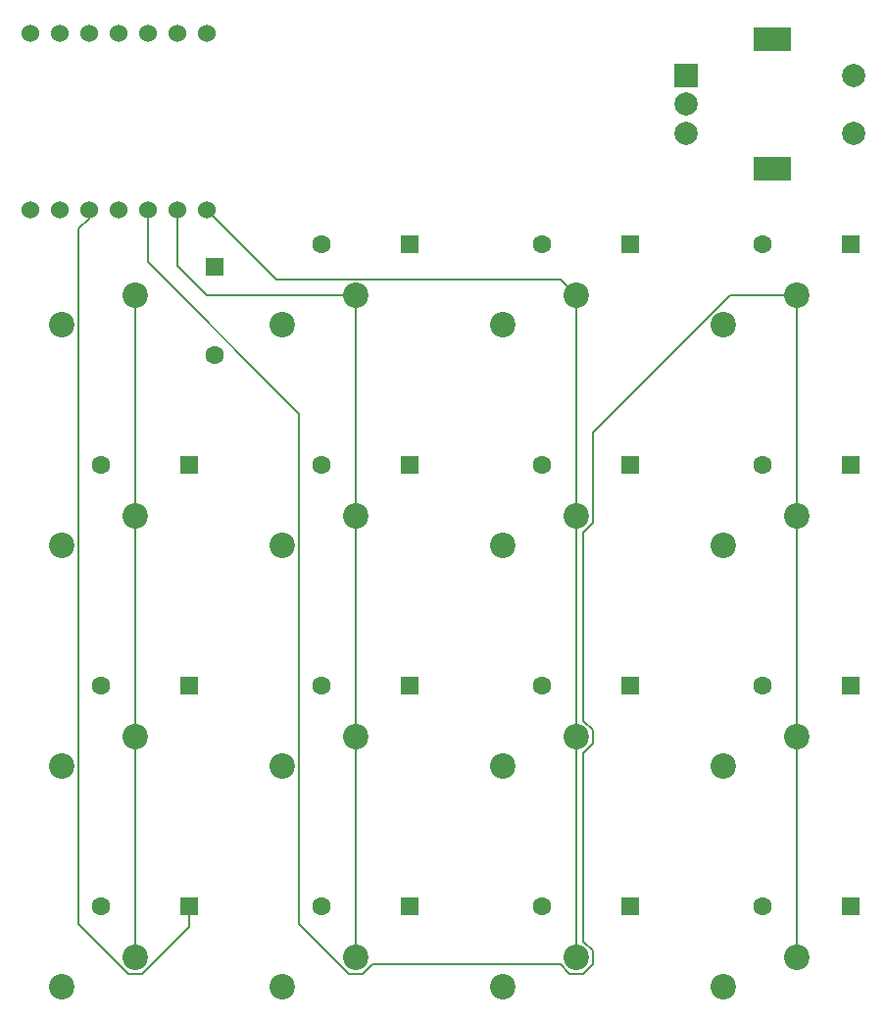
<source format=gbr>
%TF.GenerationSoftware,KiCad,Pcbnew,9.0.6*%
%TF.CreationDate,2025-12-17T16:24:02+01:00*%
%TF.ProjectId,numpad,6e756d70-6164-42e6-9b69-6361645f7063,rev?*%
%TF.SameCoordinates,Original*%
%TF.FileFunction,Copper,L2,Bot*%
%TF.FilePolarity,Positive*%
%FSLAX46Y46*%
G04 Gerber Fmt 4.6, Leading zero omitted, Abs format (unit mm)*
G04 Created by KiCad (PCBNEW 9.0.6) date 2025-12-17 16:24:02*
%MOMM*%
%LPD*%
G01*
G04 APERTURE LIST*
G04 Aperture macros list*
%AMRoundRect*
0 Rectangle with rounded corners*
0 $1 Rounding radius*
0 $2 $3 $4 $5 $6 $7 $8 $9 X,Y pos of 4 corners*
0 Add a 4 corners polygon primitive as box body*
4,1,4,$2,$3,$4,$5,$6,$7,$8,$9,$2,$3,0*
0 Add four circle primitives for the rounded corners*
1,1,$1+$1,$2,$3*
1,1,$1+$1,$4,$5*
1,1,$1+$1,$6,$7*
1,1,$1+$1,$8,$9*
0 Add four rect primitives between the rounded corners*
20,1,$1+$1,$2,$3,$4,$5,0*
20,1,$1+$1,$4,$5,$6,$7,0*
20,1,$1+$1,$6,$7,$8,$9,0*
20,1,$1+$1,$8,$9,$2,$3,0*%
G04 Aperture macros list end*
%TA.AperFunction,ComponentPad*%
%ADD10RoundRect,0.250000X0.550000X0.550000X-0.550000X0.550000X-0.550000X-0.550000X0.550000X-0.550000X0*%
%TD*%
%TA.AperFunction,ComponentPad*%
%ADD11C,1.600000*%
%TD*%
%TA.AperFunction,ComponentPad*%
%ADD12C,2.200000*%
%TD*%
%TA.AperFunction,ComponentPad*%
%ADD13RoundRect,0.250000X-0.550000X0.550000X-0.550000X-0.550000X0.550000X-0.550000X0.550000X0.550000X0*%
%TD*%
%TA.AperFunction,ComponentPad*%
%ADD14C,1.524000*%
%TD*%
%TA.AperFunction,ComponentPad*%
%ADD15R,2.000000X2.000000*%
%TD*%
%TA.AperFunction,ComponentPad*%
%ADD16C,2.000000*%
%TD*%
%TA.AperFunction,ComponentPad*%
%ADD17R,3.200000X2.000000*%
%TD*%
%TA.AperFunction,Conductor*%
%ADD18C,0.200000*%
%TD*%
G04 APERTURE END LIST*
D10*
%TO.P,D1,1,K*%
%TO.N,Net-(D1-K)*%
X87788750Y-88106250D03*
D11*
%TO.P,D1,2,A*%
%TO.N,Net-(D1-A)*%
X80168750Y-88106250D03*
%TD*%
D10*
%TO.P,D9,1,K*%
%TO.N,Net-(D11-K)*%
X144938750Y-107156250D03*
D11*
%TO.P,D9,2,A*%
%TO.N,Net-(D9-A)*%
X137318750Y-107156250D03*
%TD*%
D12*
%TO.P,SW6,1,1*%
%TO.N,Net-(U1-GPIO0{slash}TX)*%
X121285000Y-130651250D03*
%TO.P,SW6,2,2*%
%TO.N,Net-(D7-A)*%
X114935000Y-133191250D03*
%TD*%
D10*
%TO.P,D11,1,K*%
%TO.N,Net-(D11-K)*%
X87788750Y-107156250D03*
D11*
%TO.P,D11,2,A*%
%TO.N,Net-(D11-A)*%
X80168750Y-107156250D03*
%TD*%
D10*
%TO.P,D6,1,K*%
%TO.N,Net-(D11-K)*%
X125888750Y-107156250D03*
D11*
%TO.P,D6,2,A*%
%TO.N,Net-(D6-A)*%
X118268750Y-107156250D03*
%TD*%
D10*
%TO.P,D15,1,K*%
%TO.N,Net-(D13-K)*%
X125888750Y-69056250D03*
D11*
%TO.P,D15,2,A*%
%TO.N,Net-(D15-A)*%
X118268750Y-69056250D03*
%TD*%
D10*
%TO.P,D4,1,K*%
%TO.N,Net-(D10-K)*%
X106838750Y-126206250D03*
D11*
%TO.P,D4,2,A*%
%TO.N,Net-(D4-A)*%
X99218750Y-126206250D03*
%TD*%
D12*
%TO.P,SW16,1,1*%
%TO.N,Net-(U1-GPIO6{slash}SDA)*%
X140335000Y-73501250D03*
%TO.P,SW16,2,2*%
%TO.N,Net-(D16-A)*%
X133985000Y-76041250D03*
%TD*%
D10*
%TO.P,D10,1,K*%
%TO.N,Net-(D10-K)*%
X144938750Y-126206250D03*
D11*
%TO.P,D10,2,A*%
%TO.N,Net-(D10-A)*%
X137318750Y-126206250D03*
%TD*%
D12*
%TO.P,SW4,1,1*%
%TO.N,Net-(U1-GPIO0{slash}TX)*%
X121285000Y-92551250D03*
%TO.P,SW4,2,2*%
%TO.N,Net-(D5-A)*%
X114935000Y-95091250D03*
%TD*%
%TO.P,SW1,1,1*%
%TO.N,Net-(U1-GPIO7{slash}SCL)*%
X102235000Y-92551250D03*
%TO.P,SW1,2,2*%
%TO.N,Net-(D2-A)*%
X95885000Y-95091250D03*
%TD*%
D10*
%TO.P,D16,1,K*%
%TO.N,Net-(D13-K)*%
X144938750Y-69056250D03*
D11*
%TO.P,D16,2,A*%
%TO.N,Net-(D16-A)*%
X137318750Y-69056250D03*
%TD*%
D13*
%TO.P,D13,1,K*%
%TO.N,Net-(D13-K)*%
X90000000Y-71000000D03*
D11*
%TO.P,D13,2,A*%
%TO.N,Net-(D13-A)*%
X90000000Y-78620000D03*
%TD*%
D10*
%TO.P,D12,1,K*%
%TO.N,Net-(D10-K)*%
X87788750Y-126206250D03*
D11*
%TO.P,D12,2,A*%
%TO.N,Net-(D12-A)*%
X80168750Y-126206250D03*
%TD*%
D10*
%TO.P,D5,1,K*%
%TO.N,Net-(D1-K)*%
X125888750Y-88106250D03*
D11*
%TO.P,D5,2,A*%
%TO.N,Net-(D5-A)*%
X118268750Y-88106250D03*
%TD*%
D12*
%TO.P,SW5,1,1*%
%TO.N,Net-(U1-GPIO0{slash}TX)*%
X121285000Y-111601250D03*
%TO.P,SW5,2,2*%
%TO.N,Net-(D6-A)*%
X114935000Y-114141250D03*
%TD*%
%TO.P,SW11,1,1*%
%TO.N,Net-(U1-GPIO29{slash}ADC3{slash}A3)*%
X83185000Y-111601250D03*
%TO.P,SW11,2,2*%
%TO.N,Net-(D11-A)*%
X76835000Y-114141250D03*
%TD*%
D14*
%TO.P,U1,1,GPIO26/ADC0/A0*%
%TO.N,Net-(D11-K)*%
X74066400Y-66090800D03*
%TO.P,U1,2,GPIO27/ADC1/A1*%
%TO.N,Net-(D1-K)*%
X76606400Y-66090800D03*
%TO.P,U1,3,GPIO28/ADC2/A2*%
%TO.N,Net-(D10-K)*%
X79146400Y-66090800D03*
%TO.P,U1,4,GPIO29/ADC3/A3*%
%TO.N,Net-(U1-GPIO29{slash}ADC3{slash}A3)*%
X81686400Y-66090800D03*
%TO.P,U1,5,GPIO6/SDA*%
%TO.N,Net-(U1-GPIO6{slash}SDA)*%
X84226400Y-66090800D03*
%TO.P,U1,6,GPIO7/SCL*%
%TO.N,Net-(U1-GPIO7{slash}SCL)*%
X86766400Y-66090800D03*
%TO.P,U1,7,GPIO0/TX*%
%TO.N,Net-(U1-GPIO0{slash}TX)*%
X89306400Y-66090800D03*
%TO.P,U1,8,GPIO1/RX*%
%TO.N,Net-(D13-K)*%
X89306400Y-50850800D03*
%TO.P,U1,9,GPIO2/SCK*%
%TO.N,unconnected-(U1-GPIO2{slash}SCK-Pad9)*%
X86766400Y-50850800D03*
%TO.P,U1,10,GPIO4/MISO*%
%TO.N,Net-(U1-GPIO4{slash}MISO)*%
X84226400Y-50850800D03*
%TO.P,U1,11,GPIO3/MOSI*%
%TO.N,Net-(U1-GPIO3{slash}MOSI)*%
X81686400Y-50850800D03*
%TO.P,U1,12,3V3*%
%TO.N,unconnected-(U1-3V3-Pad12)*%
X79146400Y-50850800D03*
%TO.P,U1,13,GND*%
%TO.N,Net-(U1-GND)*%
X76606400Y-50850800D03*
%TO.P,U1,14,VBUS*%
%TO.N,unconnected-(U1-VBUS-Pad14)*%
X74066400Y-50850800D03*
%TD*%
D12*
%TO.P,SW13,1,1*%
%TO.N,Net-(U1-GPIO29{slash}ADC3{slash}A3)*%
X83185000Y-73501250D03*
%TO.P,SW13,2,2*%
%TO.N,Net-(D13-A)*%
X76835000Y-76041250D03*
%TD*%
D10*
%TO.P,D8,1,K*%
%TO.N,Net-(D1-K)*%
X144938750Y-88106250D03*
D11*
%TO.P,D8,2,A*%
%TO.N,Net-(D8-A)*%
X137318750Y-88106250D03*
%TD*%
D10*
%TO.P,D7,1,K*%
%TO.N,Net-(D10-K)*%
X125888750Y-126206250D03*
D11*
%TO.P,D7,2,A*%
%TO.N,Net-(D7-A)*%
X118268750Y-126206250D03*
%TD*%
D12*
%TO.P,SW12,1,1*%
%TO.N,Net-(U1-GPIO29{slash}ADC3{slash}A3)*%
X83185000Y-130651250D03*
%TO.P,SW12,2,2*%
%TO.N,Net-(D12-A)*%
X76835000Y-133191250D03*
%TD*%
%TO.P,SW9,1,1*%
%TO.N,Net-(U1-GPIO6{slash}SDA)*%
X140335000Y-130651250D03*
%TO.P,SW9,2,2*%
%TO.N,Net-(D10-A)*%
X133985000Y-133191250D03*
%TD*%
%TO.P,SW8,1,1*%
%TO.N,Net-(U1-GPIO6{slash}SDA)*%
X140335000Y-111601250D03*
%TO.P,SW8,2,2*%
%TO.N,Net-(D9-A)*%
X133985000Y-114141250D03*
%TD*%
D10*
%TO.P,D2,1,K*%
%TO.N,Net-(D1-K)*%
X106838750Y-88106250D03*
D11*
%TO.P,D2,2,A*%
%TO.N,Net-(D2-A)*%
X99218750Y-88106250D03*
%TD*%
D12*
%TO.P,SW3,1,1*%
%TO.N,Net-(U1-GPIO7{slash}SCL)*%
X102235000Y-130651250D03*
%TO.P,SW3,2,2*%
%TO.N,Net-(D4-A)*%
X95885000Y-133191250D03*
%TD*%
%TO.P,SW7,1,1*%
%TO.N,Net-(U1-GPIO6{slash}SDA)*%
X140335000Y-92551250D03*
%TO.P,SW7,2,2*%
%TO.N,Net-(D8-A)*%
X133985000Y-95091250D03*
%TD*%
%TO.P,SW2,1,1*%
%TO.N,Net-(U1-GPIO7{slash}SCL)*%
X102235000Y-111601250D03*
%TO.P,SW2,2,2*%
%TO.N,Net-(D3-A)*%
X95885000Y-114141250D03*
%TD*%
D15*
%TO.P,SW17,A,A*%
%TO.N,Net-(U1-GPIO3{slash}MOSI)*%
X130737200Y-54500000D03*
D16*
%TO.P,SW17,B,B*%
%TO.N,Net-(U1-GPIO4{slash}MISO)*%
X130737200Y-59500000D03*
%TO.P,SW17,C,C*%
%TO.N,Net-(U1-GND)*%
X130737200Y-57000000D03*
D17*
%TO.P,SW17,MP*%
%TO.N,N/C*%
X138237200Y-51400000D03*
X138237200Y-62600000D03*
D16*
%TO.P,SW17,S1*%
X145237200Y-59500000D03*
%TO.P,SW17,S2*%
X145237200Y-54500000D03*
%TD*%
D12*
%TO.P,SW14,1,1*%
%TO.N,Net-(U1-GPIO7{slash}SCL)*%
X102235000Y-73501250D03*
%TO.P,SW14,2,2*%
%TO.N,Net-(D14-A)*%
X95885000Y-76041250D03*
%TD*%
%TO.P,SW15,1,1*%
%TO.N,Net-(U1-GPIO0{slash}TX)*%
X121285000Y-73501250D03*
%TO.P,SW15,2,2*%
%TO.N,Net-(D15-A)*%
X114935000Y-76041250D03*
%TD*%
%TO.P,SW10,1,1*%
%TO.N,Net-(U1-GPIO29{slash}ADC3{slash}A3)*%
X83185000Y-92551250D03*
%TO.P,SW10,2,2*%
%TO.N,Net-(D1-A)*%
X76835000Y-95091250D03*
%TD*%
D10*
%TO.P,D3,1,K*%
%TO.N,Net-(D11-K)*%
X106838750Y-107156250D03*
D11*
%TO.P,D3,2,A*%
%TO.N,Net-(D3-A)*%
X99218750Y-107156250D03*
%TD*%
D10*
%TO.P,D14,1,K*%
%TO.N,Net-(D13-K)*%
X106838750Y-69056250D03*
D11*
%TO.P,D14,2,A*%
%TO.N,Net-(D14-A)*%
X99218750Y-69056250D03*
%TD*%
D18*
%TO.N,Net-(D10-K)*%
X83765314Y-132052250D02*
X82604686Y-132052250D01*
X87788750Y-126206250D02*
X87788750Y-128028814D01*
X78294000Y-67756000D02*
X79146400Y-66903600D01*
X79146400Y-66903600D02*
X79146400Y-66090800D01*
X82604686Y-132052250D02*
X78294000Y-127741564D01*
X78294000Y-127741564D02*
X78294000Y-67756000D01*
X87788750Y-128028814D02*
X83765314Y-132052250D01*
%TO.N,Net-(U1-GPIO7{slash}SCL)*%
X102235000Y-92551250D02*
X102235000Y-73501250D01*
X102235000Y-73501250D02*
X89350850Y-73501250D01*
X86766400Y-70916800D02*
X86766400Y-66090800D01*
X102235000Y-130651250D02*
X102235000Y-111601250D01*
X89350850Y-73501250D02*
X86766400Y-70916800D01*
X102235000Y-111601250D02*
X102235000Y-92551250D01*
%TO.N,Net-(U1-GPIO6{slash}SDA)*%
X134543686Y-73501250D02*
X140335000Y-73501250D01*
X121865314Y-129250250D02*
X121865314Y-113002250D01*
X120704686Y-132052250D02*
X121865314Y-132052250D01*
X102815314Y-132052250D02*
X103636000Y-131231564D01*
X97344000Y-83698800D02*
X97344000Y-127741564D01*
X97344000Y-127741564D02*
X101654686Y-132052250D01*
X121865314Y-110200250D02*
X121865314Y-93952250D01*
X140335000Y-92551250D02*
X140335000Y-73501250D01*
X103636000Y-131231564D02*
X119884000Y-131231564D01*
X140335000Y-111601250D02*
X140335000Y-92551250D01*
X122686000Y-112181564D02*
X122686000Y-111020936D01*
X119884000Y-131231564D02*
X120704686Y-132052250D01*
X122686000Y-85358936D02*
X134543686Y-73501250D01*
X122686000Y-93131564D02*
X122686000Y-85358936D01*
X121865314Y-132052250D02*
X122686000Y-131231564D01*
X101654686Y-132052250D02*
X102815314Y-132052250D01*
X122686000Y-130070936D02*
X121865314Y-129250250D01*
X121865314Y-93952250D02*
X122686000Y-93131564D01*
X122686000Y-131231564D02*
X122686000Y-130070936D01*
X97344000Y-83698800D02*
X84226400Y-70581200D01*
X84226400Y-70581200D02*
X84226400Y-66090800D01*
X140335000Y-130651250D02*
X140335000Y-111601250D01*
X122686000Y-111020936D02*
X121865314Y-110200250D01*
X121865314Y-113002250D02*
X122686000Y-112181564D01*
%TO.N,Net-(U1-GPIO29{slash}ADC3{slash}A3)*%
X83185000Y-92551250D02*
X83185000Y-73501250D01*
X83185000Y-130651250D02*
X83185000Y-111601250D01*
X83185000Y-111601250D02*
X83185000Y-92551250D01*
%TO.N,Net-(U1-GPIO0{slash}TX)*%
X121285000Y-130651250D02*
X121285000Y-111601250D01*
X121285000Y-111601250D02*
X121285000Y-92551250D01*
X121285000Y-73501250D02*
X119884000Y-72100250D01*
X95315850Y-72100250D02*
X89306400Y-66090800D01*
X121285000Y-73501250D02*
X121285000Y-92551250D01*
X119884000Y-72100250D02*
X95315850Y-72100250D01*
%TD*%
M02*

</source>
